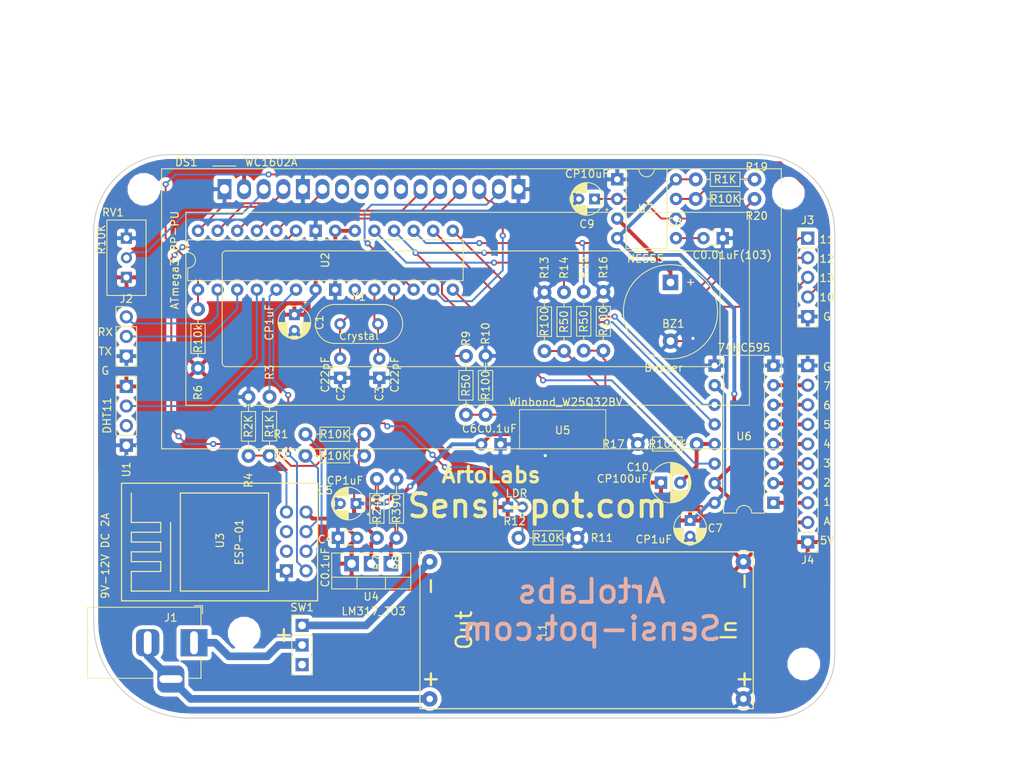
<source format=kicad_pcb>
(kicad_pcb (version 20171130) (host pcbnew 5.0.2-bee76a0~70~ubuntu16.04.1)
  (layers (0 F.Cu signal) (31 B.Cu signal) (34 B.Paste user) (35 F.Paste user) (36 B.SilkS user) (37 F.SilkS user) (38 B.Mask user) (39 F.Mask user) (44 Edge.Cuts user))
  (net 0 "")
  (net 1 "Net-(J1-Pad2)")
  (net 2 "Net-(L1-Pad2)")
  (net 3 GND)
  (net 4 +5V)
  (net 5 "Net-(R3-Pad2)")
  (net 6 +3V3)
  (net 7 "Net-(U3-Pad3)")
  (net 8 "Net-(R2-Pad1)")
  (net 9 "Net-(U3-Pad2)")
  (net 10 "Net-(R1-Pad1)")
  (net 11 ESP01_TX)
  (net 12 "Net-(J1-Pad1)")
  (net 13 "Net-(R15-Pad2)")
  (net 14 MOSI)
  (net 15 ESP01_RX)
  (net 16 "Net-(J3-Pad4)")
  (net 17 "Net-(R7-Pad2)")
  (net 18 "Net-(R10-Pad1)")
  (net 19 SS_FlashMemory)
  (net 20 LDR)
  (net 21 "Net-(R13-Pad2)")
  (net 22 Clock)
  (net 23 "Net-(DS1-Pad3)")
  (net 24 MISO)
  (net 25 SHCP_SRCLK)
  (net 26 "Net-(J2-Pad1)")
  (net 27 STCP_RCLK)
  (net 28 "Net-(J2-Pad2)")
  (net 29 DHT11)
  (net 30 "Net-(C2-Pad2)")
  (net 31 LCD_DB6)
  (net 32 "Net-(C3-Pad2)")
  (net 33 LCD_DB5)
  (net 34 LCD_DB7)
  (net 35 LCD_DB4)
  (net 36 LCD_E)
  (net 37 DS_SER)
  (net 38 LCD_RS)
  (net 39 "Net-(J4-Pad3)")
  (net 40 "Net-(J4-Pad4)")
  (net 41 "Net-(J4-Pad5)")
  (net 42 "Net-(J4-Pad6)")
  (net 43 "Net-(J4-Pad7)")
  (net 44 "Net-(J4-Pad8)")
  (net 45 "Net-(J4-Pad9)")
  (net 46 "Net-(DS1-Pad7)")
  (net 47 "Net-(DS1-Pad8)")
  (net 48 "Net-(DS1-Pad9)")
  (net 49 "Net-(DS1-Pad10)")
  (net 50 "Net-(U1-Pad2)")
  (net 51 "Net-(SW1-Pad3)")
  (net 52 Backlight)
  (net 53 "Net-(C9-Pad1)")
  (net 54 "Net-(R19-Pad2)")
  (net 55 Alarm)
  (net 56 "Net-(C8-Pad1)")
  (net 57 "Net-(C10-Pad2)")
  (net 58 "Net-(BZ1-Pad1)")
  (module Soil_Sensor:LM2596_Module (layer F.Cu) (at 131 122.9 90)
    (fp_text reference L1 (at 1.27 17.145 90) (layer F.SilkS))
    (fp_text value LM2596)
    (fp_text user In (at 1.27 41.275 90) (layer F.SilkS) (effects (font (size 2 2) (thickness 0.3))))
    (fp_text user - (at 7.62 43.18 90) (layer F.SilkS) (effects (font (size 2 2) (thickness 0.3))))
    (fp_text user + (at 0.635 -16.51 90) (layer F.SilkS) (effects (font (size 2 2) (thickness 0.3))))
    (fp_text user + (at -5.08 43.18 90) (layer F.SilkS) (effects (font (size 2 2) (thickness 0.3))))
    (fp_text user Out (at 1.27 6.985 90) (layer F.SilkS) (effects (font (size 2 2) (thickness 0.3))))
    (fp_text user - (at 6.985 2.54 90) (layer F.SilkS) (effects (font (size 2 2) (thickness 0.3))))
    (fp_text user + (at -5.08 2.54 90) (layer F.SilkS) (effects (font (size 2 2) (thickness 0.3))))
    (pad 4 thru_hole circle (at 10.16 43.18 90) (size 2 2) (drill 0.85) (layers *.Cu *.Mask) (net 4 +5V))
    (pad 3 thru_hole circle (at -7.62 43.18 90) (size 2 2) (drill 0.85) (layers *.Cu *.Mask) (net 3 GND))
    (pad 2 thru_hole circle (at 10.16 2.54 90) (size 2 2) (drill 0.85) (layers *.Cu *.Mask) (net 2 "Net-(L1-Pad2)"))
    (pad 1 thru_hole circle (at -7.62 2.54 90) (size 2 2) (drill 0.85) (layers *.Cu *.Mask) (net 1 "Net-(J1-Pad2)"))
  )
  (module Soil_Sensor:CP_Radial_D4.0mm_P1.50mm_bigger_pads (layer F.Cu) (at 154.65 65.75 180)
    (fp_text reference C9 (at 0.75 -3.25 180) (layer F.SilkS))
    (fp_text value CP10uF (at 0.75 3.25 180) (layer F.SilkS))
    (pad 2 thru_hole circle (at 1.778 0 180) (size 1.4 1.4) (drill 0.7) (layers *.Cu *.Mask) (net 3 GND))
    (pad 1 thru_hole rect (at -0.254 0 180) (size 1.4 1.4) (drill 0.7) (layers *.Cu *.Mask) (net 53 "Net-(C9-Pad1)"))
  )
  (module Soil_Sensor:CP_Radial_D4.0mm_P1.50mm_bigger_pads (layer F.Cu) (at 116 81 270)
    (fp_text reference C1 (at 0.75 -3.25 270) (layer F.SilkS))
    (fp_text value CP1uF (at 0.75 3.25 270) (layer F.SilkS))
    (pad 1 thru_hole rect (at -0.254 0 270) (size 1.4 1.4) (drill 0.7) (layers *.Cu *.Mask) (net 4 +5V))
    (pad 2 thru_hole circle (at 1.778 0 270) (size 1.4 1.4) (drill 0.7) (layers *.Cu *.Mask) (net 3 GND))
  )
  (module Soil_Sensor:CP_Radial_D4.0mm_P1.50mm_bigger_pads (layer F.Cu) (at 167.269888 107.66 270)
    (fp_text reference C7 (at 0.75 -3.25) (layer F.SilkS))
    (fp_text value CP1uF (at 2.195 4.71) (layer F.SilkS))
    (pad 2 thru_hole circle (at 1.778 0 270) (size 1.4 1.4) (drill 0.7) (layers *.Cu *.Mask) (net 3 GND))
    (pad 1 thru_hole rect (at -0.254 0 270) (size 1.4 1.4) (drill 0.7) (layers *.Cu *.Mask) (net 4 +5V))
  )
  (module Soil_Sensor:CP_Radial_D4.0mm_P1.50mm_bigger_pads (layer F.Cu) (at 123.743868 105.210651 180)
    (fp_text reference C5 (at 3.728868 1.705651 180) (layer F.SilkS))
    (fp_text value CP1uF (at 1.188868 2.975651 180) (layer F.SilkS))
    (pad 1 thru_hole rect (at -0.254 0 180) (size 1.4 1.4) (drill 0.7) (layers *.Cu *.Mask) (net 6 +3V3))
    (pad 2 thru_hole circle (at 1.778 0 180) (size 1.4 1.4) (drill 0.7) (layers *.Cu *.Mask) (net 3 GND))
  )
  (module Soil_Sensor:R_Axial_DIN0204_L3.6mm_D1.6mm_P7.62mm_Horizontal_bigger_pads (layer F.Cu) (at 117.425549 99.023366)
    (fp_text reference R2 (at -3.175 0) (layer F.SilkS))
    (fp_text value R10K (at 3.81 0) (layer F.SilkS))
    (pad 2 thru_hole oval (at 7.62 0) (size 1.8 1.8) (drill 0.9) (layers *.Cu *.Mask) (net 6 +3V3))
    (pad 1 thru_hole circle (at 0 0) (size 1.8 1.8) (drill 0.9) (layers *.Cu *.Mask) (net 8 "Net-(R2-Pad1)"))
  )
  (module Soil_Sensor:R_Axial_DIN0204_L3.6mm_D1.6mm_P7.62mm_Horizontal_bigger_pads (layer F.Cu) (at 117.425549 96.23)
    (fp_text reference R1 (at -3.175 0) (layer F.SilkS))
    (fp_text value R10K (at 3.81 0) (layer F.SilkS))
    (pad 1 thru_hole circle (at 0 0) (size 1.8 1.8) (drill 0.9) (layers *.Cu *.Mask) (net 10 "Net-(R1-Pad1)"))
    (pad 2 thru_hole oval (at 7.62 0) (size 1.8 1.8) (drill 0.9) (layers *.Cu *.Mask) (net 6 +3V3))
  )
  (module Soil_Sensor:R_Axial_DIN0204_L3.6mm_D1.6mm_P7.62mm_Horizontal_bigger_pads (layer F.Cu) (at 110.0565 99.024 90)
    (fp_text reference R4 (at -3.175 0 90) (layer F.SilkS))
    (fp_text value R2K (at 3.81 0 90) (layer F.SilkS))
    (pad 2 thru_hole oval (at 7.62 0 90) (size 1.8 1.8) (drill 0.9) (layers *.Cu *.Mask) (net 3 GND))
    (pad 1 thru_hole circle (at 0 0 90) (size 1.8 1.8) (drill 0.9) (layers *.Cu *.Mask) (net 5 "Net-(R3-Pad2)"))
  )
  (module Soil_Sensor:R_Axial_DIN0204_L3.6mm_D1.6mm_P7.62mm_Horizontal_bigger_pads (layer F.Cu) (at 103.516 87.6575 90)
    (fp_text reference R6 (at -3.175 0 90) (layer F.SilkS))
    (fp_text value R10k (at 3.81 0 90) (layer F.SilkS))
    (pad 2 thru_hole oval (at 7.62 0 90) (size 1.8 1.8) (drill 0.9) (layers *.Cu *.Mask) (net 16 "Net-(J3-Pad4)"))
    (pad 1 thru_hole circle (at 0 0 90) (size 1.8 1.8) (drill 0.9) (layers *.Cu *.Mask) (net 4 +5V))
  )
  (module Soil_Sensor:R_Axial_DIN0204_L3.6mm_D1.6mm_P7.62mm_Horizontal_bigger_pads (layer F.Cu) (at 126.688868 109.655651 90)
    (fp_text reference R7 (at -3.175 0 90) (layer F.SilkS))
    (fp_text value R240 (at 3.81 0 90) (layer F.SilkS))
    (pad 1 thru_hole circle (at 0 0 90) (size 1.8 1.8) (drill 0.9) (layers *.Cu *.Mask) (net 6 +3V3))
    (pad 2 thru_hole oval (at 7.62 0 90) (size 1.8 1.8) (drill 0.9) (layers *.Cu *.Mask) (net 17 "Net-(R7-Pad2)"))
  )
  (module Soil_Sensor:R_Axial_DIN0204_L3.6mm_D1.6mm_P7.62mm_Horizontal_bigger_pads (layer F.Cu) (at 129.228868 109.655651 90)
    (fp_text reference R8 (at -3.175 0 90) (layer F.SilkS))
    (fp_text value R390 (at 3.81 0 90) (layer F.SilkS))
    (pad 2 thru_hole oval (at 7.62 0 90) (size 1.8 1.8) (drill 0.9) (layers *.Cu *.Mask) (net 3 GND))
    (pad 1 thru_hole circle (at 0 0 90) (size 1.8 1.8) (drill 0.9) (layers *.Cu *.Mask) (net 17 "Net-(R7-Pad2)"))
  )
  (module Soil_Sensor:R_Axial_DIN0204_L3.6mm_D1.6mm_P7.62mm_Horizontal_bigger_pads (layer F.Cu) (at 138.233381 93.706905 90)
    (fp_text reference R9 (at 9.886905 0 90) (layer F.SilkS))
    (fp_text value R50 (at 3.81 0 90) (layer F.SilkS))
    (pad 1 thru_hole circle (at 0 0 90) (size 1.8 1.8) (drill 0.9) (layers *.Cu *.Mask) (net 18 "Net-(R10-Pad1)"))
    (pad 2 thru_hole oval (at 7.62 0 90) (size 1.8 1.8) (drill 0.9) (layers *.Cu *.Mask) (net 19 SS_FlashMemory))
  )
  (module Soil_Sensor:R_Axial_DIN0204_L3.6mm_D1.6mm_P7.62mm_Horizontal_bigger_pads (layer F.Cu) (at 140.773381 93.706905 90)
    (fp_text reference R10 (at 10.521905 0 90) (layer F.SilkS))
    (fp_text value R100 (at 3.81 0 90) (layer F.SilkS))
    (pad 2 thru_hole oval (at 7.62 0 90) (size 1.8 1.8) (drill 0.9) (layers *.Cu *.Mask) (net 3 GND))
    (pad 1 thru_hole circle (at 0 0 90) (size 1.8 1.8) (drill 0.9) (layers *.Cu *.Mask) (net 18 "Net-(R10-Pad1)"))
  )
  (module Soil_Sensor:R_Axial_DIN0204_L3.6mm_D1.6mm_P7.62mm_Horizontal_bigger_pads (layer F.Cu) (at 152.665 109.66 180)
    (fp_text reference R11 (at -3.175 0 180) (layer F.SilkS))
    (fp_text value R10K (at 3.81 0 180) (layer F.SilkS))
    (pad 1 thru_hole circle (at 0 0 180) (size 1.8 1.8) (drill 0.9) (layers *.Cu *.Mask) (net 3 GND))
    (pad 2 thru_hole oval (at 7.62 0 180) (size 1.8 1.8) (drill 0.9) (layers *.Cu *.Mask) (net 20 LDR))
  )
  (module Soil_Sensor:R_Axial_DIN0204_L3.6mm_D1.6mm_P7.62mm_Horizontal_bigger_pads (layer F.Cu) (at 148.395322 77.840731 270)
    (fp_text reference R13 (at -3.175 0 270) (layer F.SilkS))
    (fp_text value R100 (at 3.81 0 270) (layer F.SilkS))
    (pad 2 thru_hole oval (at 7.62 0 270) (size 1.8 1.8) (drill 0.9) (layers *.Cu *.Mask) (net 21 "Net-(R13-Pad2)"))
    (pad 1 thru_hole circle (at 0 0 270) (size 1.8 1.8) (drill 0.9) (layers *.Cu *.Mask) (net 3 GND))
  )
  (module Soil_Sensor:R_Axial_DIN0204_L3.6mm_D1.6mm_P7.62mm_Horizontal_bigger_pads (layer F.Cu) (at 150.935322 77.840731 270)
    (fp_text reference R14 (at -3.175 0 270) (layer F.SilkS))
    (fp_text value R50 (at 3.81 0 270) (layer F.SilkS))
    (pad 1 thru_hole circle (at 0 0 270) (size 1.8 1.8) (drill 0.9) (layers *.Cu *.Mask) (net 22 Clock))
    (pad 2 thru_hole oval (at 7.62 0 270) (size 1.8 1.8) (drill 0.9) (layers *.Cu *.Mask) (net 21 "Net-(R13-Pad2)"))
  )
  (module Soil_Sensor:R_Axial_DIN0204_L3.6mm_D1.6mm_P7.62mm_Horizontal_bigger_pads (layer F.Cu) (at 153.487363 77.790535 270)
    (fp_text reference R15 (at -3.175 0 270) (layer F.SilkS))
    (fp_text value R50 (at 3.81 0 270) (layer F.SilkS))
    (pad 2 thru_hole oval (at 7.62 0 270) (size 1.8 1.8) (drill 0.9) (layers *.Cu *.Mask) (net 13 "Net-(R15-Pad2)"))
    (pad 1 thru_hole circle (at 0 0 270) (size 1.8 1.8) (drill 0.9) (layers *.Cu *.Mask) (net 14 MOSI))
  )
  (module Soil_Sensor:R_Axial_DIN0204_L3.6mm_D1.6mm_P7.62mm_Horizontal_bigger_pads (layer F.Cu) (at 156.027363 77.790535 270)
    (fp_text reference R16 (at -3.175 0 270) (layer F.SilkS))
    (fp_text value R100 (at 3.81 0 270) (layer F.SilkS))
    (pad 1 thru_hole circle (at 0 0 270) (size 1.8 1.8) (drill 0.9) (layers *.Cu *.Mask) (net 3 GND))
    (pad 2 thru_hole oval (at 7.62 0 270) (size 1.8 1.8) (drill 0.9) (layers *.Cu *.Mask) (net 13 "Net-(R15-Pad2)"))
  )
  (module Soil_Sensor:R_Axial_DIN0204_L3.6mm_D1.6mm_P7.62mm_Horizontal_bigger_pads (layer F.Cu) (at 160.5 97.5)
    (fp_text reference R17 (at -3.175 0) (layer F.SilkS))
    (fp_text value R100K (at 3.81 0) (layer F.SilkS))
    (pad 2 thru_hole oval (at 7.62 0) (size 1.8 1.8) (drill 0.9) (layers *.Cu *.Mask) (net 57 "Net-(C10-Pad2)"))
    (pad 1 thru_hole circle (at 0 0) (size 1.8 1.8) (drill 0.9) (layers *.Cu *.Mask) (net 3 GND))
  )
  (module Soil_Sensor:R_Axial_DIN0204_L3.6mm_D1.6mm_P7.62mm_Horizontal_bigger_pads (layer F.Cu) (at 168 63.21)
    (fp_text reference R19 (at 7.895 -1.615) (layer F.SilkS))
    (fp_text value R1K (at 3.81 0) (layer F.SilkS))
    (pad 1 thru_hole circle (at 0 0) (size 1.8 1.8) (drill 0.9) (layers *.Cu *.Mask) (net 55 Alarm))
    (pad 2 thru_hole oval (at 7.62 0) (size 1.8 1.8) (drill 0.9) (layers *.Cu *.Mask) (net 54 "Net-(R19-Pad2)"))
  )
  (module Soil_Sensor:R_Axial_DIN0204_L3.6mm_D1.6mm_P7.62mm_Horizontal_bigger_pads (layer F.Cu) (at 168 65.75)
    (fp_text reference R20 (at 7.895 2.195) (layer F.SilkS))
    (fp_text value R10K (at 3.81 0) (layer F.SilkS))
    (pad 2 thru_hole oval (at 7.62 0) (size 1.8 1.8) (drill 0.9) (layers *.Cu *.Mask) (net 53 "Net-(C9-Pad1)"))
    (pad 1 thru_hole circle (at 0 0) (size 1.8 1.8) (drill 0.9) (layers *.Cu *.Mask) (net 54 "Net-(R19-Pad2)"))
  )
  (module Soil_Sensor:R_Axial_DIN0204_L3.6mm_D1.6mm_P7.62mm_Horizontal_bigger_pads (layer F.Cu) (at 112.78463 91.381163 270)
    (fp_text reference R3 (at -3.175 0 270) (layer F.SilkS))
    (fp_text value R1K (at 3.81 0 270) (layer F.SilkS))
    (pad 1 thru_hole circle (at 0 0 270) (size 1.8 1.8) (drill 0.9) (layers *.Cu *.Mask) (net 15 ESP01_RX))
    (pad 2 thru_hole oval (at 7.62 0 270) (size 1.8 1.8) (drill 0.9) (layers *.Cu *.Mask) (net 5 "Net-(R3-Pad2)"))
  )
  (module Soil_Sensor:SOIC-8_3.9x4.9mm_P1.27mm (layer F.Cu) (at 150.76 95.595)
    (fp_text reference U5 (at 0 0.127) (layer F.SilkS))
    (fp_text value Winbond_W25Q32BV (at 0.37 -3.52) (layer F.SilkS))
    (pad 1 smd rect (at -3.81 -1.905) (size 2.75 0.6) (layers F.Cu F.Paste F.Mask) (net 18 "Net-(R10-Pad1)"))
    (pad 2 smd rect (at -3.81 -0.6096) (size 2.75 0.6) (layers F.Cu F.Paste F.Mask) (net 24 MISO))
    (pad 3 smd rect (at -3.81 0.635) (size 2.75 0.6) (layers F.Cu F.Paste F.Mask) (net 6 +3V3))
    (pad 4 smd rect (at -3.81 1.905) (size 2.75 0.6) (layers F.Cu F.Paste F.Mask) (net 3 GND))
    (pad 5 smd rect (at 3.81 1.9304) (size 2.75 0.6) (layers F.Cu F.Paste F.Mask) (net 13 "Net-(R15-Pad2)"))
    (pad 6 smd rect (at 3.81 0.635) (size 2.75 0.6) (layers F.Cu F.Paste F.Mask) (net 21 "Net-(R13-Pad2)"))
    (pad 7 smd rect (at 3.81 -0.635) (size 2.75 0.6) (layers F.Cu F.Paste F.Mask) (net 6 +3V3))
    (pad 8 smd rect (at 3.81 -1.905) (size 2.75 0.6) (layers F.Cu F.Paste F.Mask) (net 6 +3V3))
  )
  (module Capacitor_THT:CP_Radial_D5.0mm_P2.50mm (layer F.Cu) (at 163.5 102.5)
    (fp_text reference C10 (at -3 -2) (layer F.SilkS))
    (fp_text value CP100uF (at -5 -0.5) (layer F.SilkS))
    (pad 1 thru_hole rect (at 0 0) (size 1.6 1.6) (drill 0.8) (layers *.Cu *.Mask) (net 4 +5V))
    (pad 2 thru_hole circle (at 2.5 0) (size 1.6 1.6) (drill 0.8) (layers *.Cu *.Mask) (net 57 "Net-(C10-Pad2)"))
  )
  (module MountingHole:MountingHole_3.2mm_M3 (layer F.Cu) (at 182 126)
    (fp_text reference H1)
    (fp_text value MountingHole)
    (pad 1 np_thru_hole circle (at 0 0) (size 3.2 3.2) (drill 3.2) (layers *.Cu *.Mask))
  )
  (module MountingHole:MountingHole_3.2mm_M3 (layer F.Cu) (at 180 65)
    (fp_text reference H2)
    (fp_text value MountingHole)
    (pad 1 np_thru_hole circle (at 0 0) (size 3.2 3.2) (drill 3.2) (layers *.Cu *.Mask))
  )
  (module MountingHole:MountingHole_3.2mm_M3 (layer F.Cu) (at 109.5 122)
    (fp_text reference H3)
    (fp_text value MountingHole)
    (pad 1 np_thru_hole circle (at 0 0) (size 3.2 3.2) (drill 3.2) (layers *.Cu *.Mask))
  )
  (module MountingHole:MountingHole_3.2mm_M3 (layer F.Cu) (at 96.5 64.5)
    (fp_text reference H4)
    (fp_text value MountingHole)
    (pad 1 np_thru_hole circle (at 0 0) (size 3.2 3.2) (drill 3.2) (layers *.Cu *.Mask))
  )
  (module Capacitor_THT:C_Disc_D3.0mm_W1.6mm_P2.50mm (layer F.Cu) (at 169 70.83)
    (fp_text reference C8 (at -3.75 -2.05) (layer F.SilkS))
    (fp_text value "C0.01uF(103)" (at 3.72 2.195) (layer F.SilkS))
    (pad 1 thru_hole circle (at 0 0) (size 1.6 1.6) (drill 0.8) (layers *.Cu *.Mask) (net 56 "Net-(C8-Pad1)"))
    (pad 2 thru_hole rect (at 2.5 0) (size 1.6 1.6) (drill 0.8) (layers *.Cu *.Mask) (net 3 GND))
  )
  (module Package_DIP:DIP-8_W7.62mm (layer F.Cu) (at 157.825 63.21)
    (fp_text reference U7 (at 3.675 3.79) (layer F.SilkS))
    (fp_text value NE555 (at 3.675 10.29) (layer F.SilkS))
    (pad 1 thru_hole rect (at 0 0) (size 1.6 1.6) (drill 0.8) (layers *.Cu *.Mask) (net 3 GND))
    (pad 5 thru_hole oval (at 7.62 7.62) (size 1.6 1.6) (drill 0.8) (layers *.Cu *.Mask) (net 56 "Net-(C8-Pad1)"))
    (pad 2 thru_hole oval (at 0 2.54) (size 1.6 1.6) (drill 0.8) (layers *.Cu *.Mask) (net 53 "Net-(C9-Pad1)"))
    (pad 6 thru_hole oval (at 7.62 5.08) (size 1.6 1.6) (drill 0.8) (layers *.Cu *.Mask) (net 53 "Net-(C9-Pad1)"))
    (pad 3 thru_hole oval (at 0 5.08) (size 1.6 1.6) (drill 0.8) (layers *.Cu *.Mask) (net 58 "Net-(BZ1-Pad1)"))
    (pad 7 thru_hole oval (at 7.62 2.54) (size 1.6 1.6) (drill 0.8) (layers *.Cu *.Mask) (net 54 "Net-(R19-Pad2)"))
    (pad 4 thru_hole oval (at 0 7.62) (size 1.6 1.6) (drill 0.8) (layers *.Cu *.Mask) (net 55 Alarm))
    (pad 8 thru_hole oval (at 7.62 0) (size 1.6 1.6) (drill 0.8) (layers *.Cu *.Mask) (net 55 Alarm))
  )
  (module Soil_Sensor:WC1602A (layer F.Cu) (at 106.945 64.48)
    (fp_text reference DS1 (at -4.945 -3.48) (layer F.SilkS))
    (fp_text value WC1602A (at 6.055 -3.48) (layer F.SilkS))
    (pad 1 thru_hole rect (at 0 0) (size 1.8 2.6) (drill 1.2) (layers *.Cu *.Mask) (net 3 GND))
    (pad 2 thru_hole oval (at 2.54 0) (size 1.8 2.6) (drill 1.2) (layers *.Cu *.Mask) (net 4 +5V))
    (pad 3 thru_hole oval (at 5.08 0) (size 1.8 2.6) (drill 1.2) (layers *.Cu *.Mask) (net 23 "Net-(DS1-Pad3)"))
    (pad 4 thru_hole oval (at 7.62 0) (size 1.8 2.6) (drill 1.2) (layers *.Cu *.Mask) (net 38 LCD_RS))
    (pad 5 thru_hole rect (at 10.16 0) (size 1.8 2.6) (drill 1.2) (layers *.Cu *.Mask) (net 3 GND))
    (pad 6 thru_hole oval (at 12.7 0) (size 1.8 2.6) (drill 1.2) (layers *.Cu *.Mask) (net 36 LCD_E))
    (pad 7 thru_hole oval (at 15.24 0) (size 1.8 2.6) (drill 1.2) (layers *.Cu *.Mask) (net 46 "Net-(DS1-Pad7)"))
    (pad 8 thru_hole oval (at 17.78 0) (size 1.8 2.6) (drill 1.2) (layers *.Cu *.Mask) (net 47 "Net-(DS1-Pad8)"))
    (pad 9 thru_hole oval (at 20.32 0) (size 1.8 2.6) (drill 1.2) (layers *.Cu *.Mask) (net 48 "Net-(DS1-Pad9)"))
    (pad 10 thru_hole oval (at 22.86 0) (size 1.8 2.6) (drill 1.2) (layers *.Cu *.Mask) (net 49 "Net-(DS1-Pad10)"))
    (pad 11 thru_hole oval (at 25.4 0) (size 1.8 2.6) (drill 1.2) (layers *.Cu *.Mask) (net 35 LCD_DB4))
    (pad 12 thru_hole oval (at 27.94 0) (size 1.8 2.6) (drill 1.2) (layers *.Cu *.Mask) (net 33 LCD_DB5))
    (pad 13 thru_hole oval (at 30.48 0) (size 1.8 2.6) (drill 1.2) (layers *.Cu *.Mask) (net 31 LCD_DB6))
    (pad 14 thru_hole oval (at 33.02 0) (size 1.8 2.6) (drill 1.2) (layers *.Cu *.Mask) (net 34 LCD_DB7))
    (pad 15 thru_hole oval (at 35.56 0) (size 1.8 2.6) (drill 1.2) (layers *.Cu *.Mask) (net 52 Backlight))
    (pad 16 thru_hole rect (at 38.1 0) (size 1.8 2.6) (drill 1.2) (layers *.Cu *.Mask) (net 3 GND))
  )
  (module Soil_Sensor:TO-220-3_Vertical (layer F.Cu) (at 128.5 113 180)
    (fp_text reference U4 (at 2.54 -4.27 180) (layer F.SilkS))
    (fp_text value LM317_TO3 (at 2.228868 -6.169349 180) (layer F.SilkS))
    (pad 1 thru_hole rect (at 0 0 180) (size 1.905 2) (drill 1.1) (layers *.Cu *.Mask) (net 17 "Net-(R7-Pad2)"))
    (pad 3 thru_hole rect (at 2.54 0 180) (size 1.905 2) (drill 1.1) (layers *.Cu *.Mask) (net 6 +3V3))
    (pad 2 thru_hole rect (at 5.08 0 180) (size 1.905 2) (drill 1.1) (layers *.Cu *.Mask) (net 4 +5V))
  )
  (module Buzzer_Beeper:Buzzer_12x9.5RM7.6 (layer F.Cu) (at 164.73 76.565 270)
    (fp_text reference BZ1 (at 5.35 -0.37) (layer F.SilkS))
    (fp_text value Buzzer (at 11.065 0.9) (layer F.SilkS))
    (fp_text user + (at -0.01 -2.54 270) (layer F.SilkS))
    (pad 1 thru_hole rect (at 0 0 270) (size 2 2) (drill 1) (layers *.Cu *.Mask) (net 58 "Net-(BZ1-Pad1)"))
    (pad 2 thru_hole circle (at 7.6 0 270) (size 2 2) (drill 1) (layers *.Cu *.Mask) (net 3 GND))
  )
  (module Capacitor_THT:C_Disc_D3.0mm_W1.6mm_P2.50mm (layer F.Cu) (at 121.931 88.9275 90)
    (fp_text reference C2 (at -2.0725 0.069 90) (layer F.SilkS))
    (fp_text value C22pF (at 0.4275 -1.931 90) (layer F.SilkS))
    (pad 2 thru_hole circle (at 2.5 0 90) (size 1.6 1.6) (drill 0.8) (layers *.Cu *.Mask) (net 30 "Net-(C2-Pad2)"))
    (pad 1 thru_hole rect (at 0 0 90) (size 1.6 1.6) (drill 0.8) (layers *.Cu *.Mask) (net 3 GND))
  )
  (module Capacitor_THT:C_Disc_D3.0mm_W1.6mm_P2.50mm (layer F.Cu) (at 127.011 88.9275 90)
    (fp_text reference C3 (at -2.0725 -0.011 90) (layer F.SilkS))
    (fp_text value C22pF (at 0.4275 1.989 90) (layer F.SilkS))
    (pad 1 thru_hole rect (at 0 0 90) (size 1.6 1.6) (drill 0.8) (layers *.Cu *.Mask) (net 3 GND))
    (pad 2 thru_hole circle (at 2.5 0 90) (size 1.6 1.6) (drill 0.8) (layers *.Cu *.Mask) (net 32 "Net-(C3-Pad2)"))
  )
  (module Capacitor_THT:C_Disc_D3.0mm_W1.6mm_P2.50mm (layer F.Cu) (at 124.148868 109.655651 180)
    (fp_text reference C4 (at 4.133868 -0.199349) (layer F.SilkS))
    (fp_text value C0.1uF (at 4.148868 -3.844349 270) (layer F.SilkS))
    (pad 2 thru_hole rect (at 2.5 0 180) (size 1.6 1.6) (drill 0.8) (layers *.Cu *.Mask) (net 3 GND))
    (pad 1 thru_hole circle (at 0 0 180) (size 1.6 1.6) (drill 0.8) (layers *.Cu *.Mask) (net 4 +5V))
  )
  (module Capacitor_THT:C_Disc_D3.0mm_W1.6mm_P2.50mm (layer F.Cu) (at 140.208 97.536)
    (fp_text reference C6 (at -1.524 -2.032) (layer F.SilkS))
    (fp_text value C0.1uF (at 2.032 -2.032) (layer F.SilkS))
    (pad 1 thru_hole circle (at 0 0) (size 1.6 1.6) (drill 0.8) (layers *.Cu *.Mask) (net 6 +3V3))
    (pad 2 thru_hole rect (at 2.5 0) (size 1.6 1.6) (drill 0.8) (layers *.Cu *.Mask) (net 3 GND))
  )
  (module Connector_PinHeader_2.54mm:PinHeader_1x03_P2.54mm_Vertical (layer F.Cu) (at 117 121)
    (fp_text reference SW1 (at 0 -2.33) (layer F.SilkS))
    (fp_text value SW_DPDT_x2)
    (pad 3 thru_hole rect (at 0 5.08) (size 1.7 1.7) (drill 1) (layers *.Cu *.Mask) (net 51 "Net-(SW1-Pad3)"))
    (pad 2 thru_hole rect (at 0 2.54) (size 1.7 1.7) (drill 1) (layers *.Cu *.Mask) (net 12 "Net-(J1-Pad1)"))
    (pad 1 thru_hole rect (at 0 0) (size 1.7 1.7) (drill 1) (layers *.Cu *.Mask) (net 2 "Net-(L1-Pad2)"))
  )
  (module Connector_PinHeader_2.54mm:PinHeader_1x03_P2.54mm_Vertical (layer F.Cu) (at 94.234 81.026)
    (fp_text reference J2 (at 0 -2.33) (layer F.SilkS))
    (fp_text value Conn_01x03)
    (pad 3 thru_hole rect (at 0 5.08) (size 1.7 1.7) (drill 1) (layers *.Cu *.Mask) (net 3 GND))
    (pad 2 thru_hole oval (at 0 2.54) (size 1.7 1.7) (drill 1) (layers *.Cu *.Mask) (net 28 "Net-(J2-Pad2)"))
    (pad 1 thru_hole oval (at 0 0) (size 1.7 1.7) (drill 1) (layers *.Cu *.Mask) (net 26 "Net-(J2-Pad1)"))
  )
  (module Connector_PinHeader_2.54mm:PinHeader_1x04_P2.54mm_Vertical (layer F.Cu) (at 94.234 97.663 180)
    (fp_text reference U1 (at 0 -3.15 270) (layer F.SilkS))
    (fp_text value DHT11 (at 2.5 3.85 270) (layer F.SilkS))
    (pad 1 thru_hole rect (at 0 0 180) (size 1.7 1.7) (drill 1) (layers *.Cu *.Mask) (net 3 GND))
    (pad 2 thru_hole oval (at 0 2.54 180) (size 1.7 1.7) (drill 1) (layers *.Cu *.Mask) (net 50 "Net-(U1-Pad2)"))
    (pad 3 thru_hole oval (at 0 5.08 180) (size 1.7 1.7) (drill 1) (layers *.Cu *.Mask) (net 29 DHT11))
    (pad 4 thru_hole rect (at 0 7.62 180) (size 1.7 1.7) (drill 1) (layers *.Cu *.Mask) (net 4 +5V))
  )
  (module Connector_PinHeader_2.54mm:PinHeader_1x05_P2.54mm_Vertical (layer F.Cu) (at 182.51 70.83)
    (fp_text reference J3 (at 0 -2.33) (layer F.SilkS))
    (fp_text value Conn_01x05)
    (pad 1 thru_hole rect (at 0 0) (size 1.7 1.7) (drill 1) (layers *.Cu *.Mask) (net 14 MOSI))
    (pad 2 thru_hole oval (at 0 2.54) (size 1.7 1.7) (drill 1) (layers *.Cu *.Mask) (net 24 MISO))
    (pad 3 thru_hole oval (at 0 5.08) (size 1.7 1.7) (drill 1) (layers *.Cu *.Mask) (net 22 Clock))
    (pad 4 thru_hole oval (at 0 7.62) (size 1.7 1.7) (drill 1) (layers *.Cu *.Mask) (net 16 "Net-(J3-Pad4)"))
    (pad 5 thru_hole rect (at 0 10.16) (size 1.7 1.7) (drill 1) (layers *.Cu *.Mask) (net 3 GND))
  )
  (module Connector_PinHeader_2.54mm:PinHeader_1x10_P2.54mm_Vertical (layer F.Cu) (at 182.51 110.2 180)
    (fp_text reference J4 (at 0 -2.33 180) (layer F.SilkS))
    (fp_text value Conn_01x10)
    (pad 1 thru_hole rect (at 0 0 180) (size 1.7 1.7) (drill 1) (layers *.Cu *.Mask) (net 4 +5V))
    (pad 2 thru_hole oval (at 0 2.54 180) (size 1.7 1.7) (drill 1) (layers *.Cu *.Mask) (net 55 Alarm))
    (pad 3 thru_hole oval (at 0 5.08 180) (size 1.7 1.7) (drill 1) (layers *.Cu *.Mask) (net 39 "Net-(J4-Pad3)"))
    (pad 4 thru_hole oval (at 0 7.62 180) (size 1.7 1.7) (drill 1) (layers *.Cu *.Mask) (net 40 "Net-(J4-Pad4)"))
    (pad 5 thru_hole oval (at 0 10.16 180) (size 1.7 1.7) (drill 1) (layers *.Cu *.Mask) (net 41 "Net-(J4-Pad5)"))
    (pad 6 thru_hole oval (at 0 12.7 180) (size 1.7 1.7) (drill 1) (layers *.Cu *.Mask) (net 42 "Net-(J4-Pad6)"))
    (pad 7 thru_hole oval (at 0 15.24 180) (size 1.7 1.7) (drill 1) (layers *.Cu *.Mask) (net 43 "Net-(J4-Pad7)"))
    (pad 8 thru_hole oval (at 0 17.78 180) (size 1.7 1.7) (drill 1) (layers *.Cu *.Mask) (net 44 "Net-(J4-Pad8)"))
    (pad 9 thru_hole oval (at 0 20.32 180) (size 1.7 1.7) (drill 1) (layers *.Cu *.Mask) (net 45 "Net-(J4-Pad9)"))
    (pad 10 thru_hole rect (at 0 22.86 180) (size 1.7 1.7) (drill 1) (layers *.Cu *.Mask) (net 3 GND))
  )
  (module Crystal:Crystal_HC18-U_Vertical (layer F.Cu) (at 121.931 81.9425)
    (fp_text reference Y1 (at 2.45 -3.525) (layer F.SilkS))
    (fp_text value Crystal (at 2.45 1.5575) (layer F.SilkS))
    (pad 1 thru_hole circle (at 0 0) (size 1.5 1.5) (drill 0.8) (layers *.Cu *.Mask) (net 30 "Net-(C2-Pad2)"))
    (pad 2 thru_hole circle (at 4.9 0) (size 1.5 1.5) (drill 0.8) (layers *.Cu *.Mask) (net 32 "Net-(C3-Pad2)"))
  )
  (module Package_DIP:DIP-16_W7.62mm (layer F.Cu) (at 178.065 105.12 180)
    (fp_text reference U6 (at 3.81 8.62 180) (layer F.SilkS))
    (fp_text value 74HC595 (at 3.81 20.11 180) (layer F.SilkS))
    (pad 1 thru_hole rect (at 0 0 180) (size 1.6 1.6) (drill 0.8) (layers *.Cu *.Mask) (net 39 "Net-(J4-Pad3)"))
    (pad 9 thru_hole rect (at 7.62 17.78 180) (size 1.6 1.6) (drill 0.8) (layers *.Cu *.Mask) (net 3 GND))
    (pad 2 thru_hole oval (at 0 2.54 180) (size 1.6 1.6) (drill 0.8) (layers *.Cu *.Mask) (net 40 "Net-(J4-Pad4)"))
    (pad 10 thru_hole oval (at 7.62 15.24 180) (size 1.6 1.6) (drill 0.8) (layers *.Cu *.Mask) (net 4 +5V))
    (pad 3 thru_hole oval (at 0 5.08 180) (size 1.6 1.6) (drill 0.8) (layers *.Cu *.Mask) (net 41 "Net-(J4-Pad5)"))
    (pad 11 thru_hole oval (at 7.62 12.7 180) (size 1.6 1.6) (drill 0.8) (layers *.Cu *.Mask) (net 25 SHCP_SRCLK))
    (pad 4 thru_hole oval (at 0 7.62 180) (size 1.6 1.6) (drill 0.8) (layers *.Cu *.Mask) (net 42 "Net-(J4-Pad6)"))
    (pad 12 thru_hole oval (at 7.62 10.16 180) (size 1.6 1.6) (drill 0.8) (layers *.Cu *.Mask) (net 27 STCP_RCLK))
    (pad 5 thru_hole oval (at 0 10.16 180) (size 1.6 1.6) (drill 0.8) (layers *.Cu *.Mask) (net 43 "Net-(J4-Pad7)"))
    (pad 13 thru_hole oval (at 7.62 7.62 180) (size 1.6 1.6) (drill 0.8) (layers *.Cu *.Mask) (net 57 "Net-(C10-Pad2)"))
    (pad 6 thru_hole oval (at 0 12.7 180) (size 1.6 1.6) (drill 0.8) (layers *.Cu *.Mask) (net 44 "Net-(J4-Pad8)"))
    (pad 14 thru_hole oval (at 7.62 5.08 180) (size 1.6 1.6) (drill 0.8) (layers *.Cu *.Mask) (net 37 DS_SER))
    (pad 7 thru_hole oval (at 0 15.24 180) (size 1.6 1.6) (drill 0.8) (layers *.Cu *.Mask) (net 45 "Net-(J4-Pad9)"))
    (pad 15 thru_hole oval (at 7.62 2.54 180) (size 1.6 1.6) (drill 0.8) (layers *.Cu *.Mask) (net 55 Alarm))
    (pad 8 thru_hole rect (at 0 17.78 180) (size 1.6 1.6) (drill 0.8) (layers *.Cu *.Mask) (net 3 GND))
    (pad 16 thru_hole oval (at 7.62 0 180) (size 1.6 1.6) (drill 0.8) (layers *.Cu *.Mask) (net 4 +5V))
  )
  (module Package_DIP:DIP-28_W7.62mm (layer F.Cu) (at 103.516 77.4975 90)
    (fp_text reference U2 (at 3.81 16.484 90) (layer F.SilkS))
    (fp_text value ATmega328P-PU (at 3.81 -3.016 90) (layer F.SilkS))
    (pad 1 thru_hole oval (at 0 0 90) (size 1.6 1.6) (drill 0.8) (layers *.Cu *.Mask) (net 16 "Net-(J3-Pad4)"))
    (pad 15 thru_hole oval (at 7.62 33.02 90) (size 1.6 1.6) (drill 0.8) (layers *.Cu *.Mask) (net 25 SHCP_SRCLK))
    (pad 2 thru_hole oval (at 0 2.54 90) (size 1.6 1.6) (drill 0.8) (layers *.Cu *.Mask) (net 26 "Net-(J2-Pad1)"))
    (pad 16 thru_hole oval (at 7.62 30.48 90) (size 1.6 1.6) (drill 0.8) (layers *.Cu *.Mask) (net 27 STCP_RCLK))
    (pad 3 thru_hole oval (at 0 5.08 90) (size 1.6 1.6) (drill 0.8) (layers *.Cu *.Mask) (net 28 "Net-(J2-Pad2)"))
    (pad 17 thru_hole oval (at 7.62 27.94 90) (size 1.6 1.6) (drill 0.8) (layers *.Cu *.Mask) (net 14 MOSI))
    (pad 4 thru_hole oval (at 0 7.62 90) (size 1.6 1.6) (drill 0.8) (layers *.Cu *.Mask) (net 29 DHT11))
    (pad 18 thru_hole oval (at 7.62 25.4 90) (size 1.6 1.6) (drill 0.8) (layers *.Cu *.Mask) (net 24 MISO))
    (pad 5 thru_hole oval (at 0 10.16 90) (size 1.6 1.6) (drill 0.8) (layers *.Cu *.Mask) (net 15 ESP01_RX))
    (pad 19 thru_hole oval (at 7.62 22.86 90) (size 1.6 1.6) (drill 0.8) (layers *.Cu *.Mask) (net 22 Clock))
    (pad 6 thru_hole oval (at 0 12.7 90) (size 1.6 1.6) (drill 0.8) (layers *.Cu *.Mask) (net 11 ESP01_TX))
    (pad 20 thru_hole oval (at 7.62 20.32 90) (size 1.6 1.6) (drill 0.8) (layers *.Cu *.Mask) (net 4 +5V))
    (pad 7 thru_hole oval (at 0 15.24 90) (size 1.6 1.6) (drill 0.8) (layers *.Cu *.Mask) (net 4 +5V))
    (pad 21 thru_hole oval (at 7.62 17.78 90) (size 1.6 1.6) (drill 0.8) (layers *.Cu *.Mask) (net 4 +5V))
    (pad 8 thru_hole rect (at 0 17.78 90) (size 1.6 1.6) (drill 0.8) (layers *.Cu *.Mask) (net 3 GND))
    (pad 22 thru_hole rect (at 7.62 15.24 90) (size 1.6 1.6) (drill 0.8) (layers *.Cu *.Mask) (net 3 GND))
    (pad 9 thru_hole oval (at 0 20.32 90) (size 1.6 1.6) (drill 0.8) (layers *.Cu *.Mask) (net 30 "Net-(C2-Pad2)"))
    (pad 23 thru_hole oval (at 7.62 12.7 90) (size 1.6 1.6) (drill 0.8) (layers *.Cu *.Mask) (net 20 LDR))
    (pad 10 thru_hole oval (at 0 22.86 90) (size 1.6 1.6) (drill 0.8) (layers *.Cu *.Mask) (net 32 "Net-(C3-Pad2)"))
    (pad 24 thru_hole oval (at 7.62 10.16 90) (size 1.6 1.6) (drill 0.8) (layers *.Cu *.Mask) (net 31 LCD_DB6))
    (pad 11 thru_hole oval (at 0 25.4 90) (size 1.6 1.6) (drill 0.8) (layers *.Cu *.Mask) (net 19 SS_FlashMemory))
    (pad 25 thru_hole oval (at 7.62 7.62 90) (size 1.6 1.6) (drill 0.8) (layers *.Cu *.Mask) (net 33 LCD_DB5))
    (pad 12 thru_hole oval (at 0 27.94 90) (size 1.6 1.6) (drill 0.8) (layers *.Cu *.Mask) (net 52 Backlight))
    (pad 26 thru_hole oval (at 7.62 5.08 90) (size 1.6 1.6) (drill 0.8) (layers *.Cu *.Mask) (net 35 LCD_DB4))
    (pad 13 thru_hole oval (at 0 30.48 90) (size 1.6 1.6) (drill 0.8) (layers *.Cu *.Mask) (net 34 LCD_DB7))
    (pad 27 thru_hole oval (at 7.62 2.54 90) (size 1.6 1.6) (drill 0.8) (layers *.Cu *.Mask) (net 36 LCD_E))
    (pad 14 thru_hole oval (at 0 33.02 90) (size 1.6 1.6) (drill 0.8) (layers *.Cu *.Mask) (net 37 DS_SER))
    (pad 28 thru_hole oval (at 7.62 0 90) (size 1.6 1.6) (drill 0.8) (layers *.Cu *.Mask) (net 38 LCD_RS))
  )
  (module Potentiometer_THT:Potentiometer_Bourns_3296W_Vertical (layer F.Cu) (at 94.245 70.83 90)
    (fp_text reference RV1 (at 3.33 -1.745 180) (layer F.SilkS))
    (fp_text value R10K (at -0.17 -3.245 270) (layer F.SilkS))
    (pad 1 thru_hole rect (at 0 0 90) (size 1.44 1.44) (drill 0.8) (layers *.Cu *.Mask) (net 3 GND))
    (pad 2 thru_hole circle (at -2.54 0 90) (size 1.44 1.44) (drill 0.8) (layers *.Cu *.Mask) (net 23 "Net-(DS1-Pad3)"))
    (pad 3 thru_hole rect (at -5.08 0 90) (size 1.44 1.44) (drill 0.8) (layers *.Cu *.Mask) (net 4 +5V))
  )
  (module Resistor_THT:R_Axial_DIN0204_L3.6mm_D1.6mm_P1.90mm_Vertical (layer F.Cu) (at 145.542 105.664 180)
    (fp_text reference R12 (at 1.005 -1.84 180) (layer F.SilkS))
    (fp_text value LDR (at 0.762 1.778 180) (layer F.SilkS))
    (pad 1 thru_hole circle (at 0 0 180) (size 1.4 1.4) (drill 0.7) (layers *.Cu *.Mask) (net 20 LDR))
    (pad 2 thru_hole rect (at 1.9 0 180) (size 1.4 1.4) (drill 0.7) (layers *.Cu *.Mask) (net 4 +5V))
  )
  (module Soil_Sensor:BarrelJack_Horizontal (layer F.Cu) (at 103 123.25)
    (fp_text reference J1 (at -3 -3.25) (layer F.SilkS))
    (fp_text value Barrel_Jack_MountingPin)
    (pad 1 thru_hole rect (at 0 0) (size 3.5 3.5) (drill oval 1 3) (layers *.Cu *.Mask) (net 12 "Net-(J1-Pad1)"))
    (pad 2 thru_hole roundrect (at -6 0) (size 3 3.5) (drill oval 1 3) (layers *.Cu *.Mask) (net 1 "Net-(J1-Pad2)"))
    (pad MP thru_hole roundrect (at -3 4.7) (size 3.5 3.5) (drill oval 3 1) (layers *.Cu *.Mask) (net 1 "Net-(J1-Pad2)"))
  )
  (module Soil_Sensor:ESP-01 (layer F.Cu) (at 116.47 110.2 270)
    (fp_text reference U3 (at -0.1905 10.0965 270) (layer F.SilkS))
    (fp_text value ESP-01 (at 0 7.62 270) (layer F.SilkS))
    (pad 4 thru_hole circle (at -3.886357 1.494948) (size 1.7 1.7) (drill 1) (layers *.Cu *.Mask) (net 5 "Net-(R3-Pad2)"))
    (pad 5 thru_hole oval (at -3.886357 -1.045052) (size 1.7 1.7) (drill 1) (layers *.Cu *.Mask) (net 6 +3V3))
    (pad 3 thru_hole oval (at -1.346357 1.494948) (size 1.7 1.7) (drill 1) (layers *.Cu *.Mask) (net 7 "Net-(U3-Pad3)"))
    (pad 6 thru_hole oval (at -1.346357 -1.045052) (size 1.7 1.7) (drill 1) (layers *.Cu *.Mask) (net 8 "Net-(R2-Pad1)"))
    (pad 2 thru_hole oval (at 1.193643 1.494948) (size 1.7 1.7) (drill 1) (layers *.Cu *.Mask) (net 9 "Net-(U3-Pad2)"))
    (pad 7 thru_hole oval (at 1.193643 -1.045052) (size 1.7 1.7) (drill 1) (layers *.Cu *.Mask) (net 10 "Net-(R1-Pad1)"))
    (pad 1 thru_hole rect (at 3.733643 1.494948) (size 1.7 1.7) (drill 1) (layers *.Cu *.Mask) (net 3 GND))
    (pad 8 thru_hole oval (at 3.733643 -1.045052) (size 1.7 1.7) (drill 1) (layers *.Cu *.Mask) (net 11 ESP01_TX))
  )
  (gr_text "ArtoLabs\nSensi-pot.com" (at 154.5 119) (layer B.SilkS) (effects (font (size 3 3) (thickness 0.5)) (justify mirror)))
  (gr_text Sensi-pot.com (at 147.5 105.5) (layer F.SilkS) (effects (font (size 3 3) (thickness 0.5))))
  (gr_text ArtoLabs (at 141.5 101.5) (layer F.SilkS) (effects (font (size 2 2) (thickness 0.4))))
  (gr_text 5V (at 185 110) (layer F.SilkS) (effects (font (size 1 1))))
  (gr_text A (at 185 107.5) (layer F.SilkS) (effects (font (size 1 1))))
  (gr_text 7 (at 185 90) (layer F.SilkS) (effects (font (size 1 1))))
  (gr_text 6 (at 185 92.5) (layer F.SilkS) (effects (font (size 1 1))))
  (gr_text 5 (at 185 95) (layer F.SilkS) (effects (font (size 1 1))))
  (gr_text 4 (at 185 97.5) (layer F.SilkS) (effects (font (size 1 1))))
  (gr_text 3 (at 185 100) (layer F.SilkS) (effects (font (size 1 1))))
  (gr_text 2 (at 185 102.5) (layer F.SilkS) (effects (font (size 1 1))))
  (gr_text 1 (at 185 105) (layer F.SilkS) (effects (font (size 1 1))))
  (gr_text G (at 185 87.5) (layer F.SilkS) (effects (font (size 1 1))))
  (gr_text G (at 185 81) (layer F.SilkS) (effects (font (size 1 1))))
  (gr_text 10 (at 185 78.5) (layer F.SilkS) (effects (font (size 1 1))))
  (gr_text 13 (at 185 76) (layer F.SilkS) (effects (font (size 1 1))))
  (gr_text 12 (at 185 73.5) (layer F.SilkS) (effects (font (size 1 1))))
  (gr_text 11 (at 185 71) (layer F.SilkS) (effects (font (size 1 1))))
  (gr_text G (at 91.5 88) (layer F.SilkS) (effects (font (size 1 1))))
  (gr_text TX (at 91.5 85.5) (layer F.SilkS) (effects (font (size 1 1))))
  (gr_text RX (at 91.5 83) (layer F.SilkS) (effects (font (size 1 1))))
  (gr_text "9V-12V DC 2A" (at 91.5 112 90) (layer F.SilkS) (effects (font (size 1 1))))
  (gr_arc (start 176 70) (end 186 70) (angle -90) (layer Edge.Cuts) (width 0.15))
  (gr_line (start 100 60) (end 176 60) (layer Edge.Cuts) (width 0.15))
  (gr_arc (start 100 70) (end 100 60) (angle -90) (layer Edge.Cuts) (width 0.15))
  (gr_line (start 186 125) (end 186 70) (layer Edge.Cuts) (width 0.15))
  (gr_arc (start 178 125) (end 178 133) (angle -90) (layer Edge.Cuts) (width 0.15))
  (gr_line (start 102.5 133) (end 178 133) (layer Edge.Cuts) (width 0.15))
  (gr_arc (start 102.5 120.4999) (end 90 120.4499) (angle -90.2291819) (layer Edge.Cuts) (width 0.15))
  (gr_line (start 90 70) (end 90 121) (layer Edge.Cuts) (width 0.15))
  (segment (start 97 124.95) (end 100 127.95) (width 1) (layer B.Cu) (net 1))
  (segment (start 97 123.25) (end 97 124.95) (width 1) (layer B.Cu) (net 1))
  (segment (start 100 127.95) (end 102.57 130.52) (width 1) (layer B.Cu) (net 1))
  (segment (start 102.57 130.52) (end 133.54 130.52) (width 1) (layer B.Cu) (net 1))
  (segment (start 125.28 121) (end 133.54 112.74) (width 1) (layer B.Cu) (net 2))
  (segment (start 117 121) (end 125.28 121) (width 1) (layer B.Cu) (net 2))
  (via (at 148.5 99) (size 0.8) (drill 0.4) (layers F.Cu B.Cu) (net 3))
  (segment (start 148.06 98.56) (end 148.5 99) (width 0.25) (layer F.Cu) (net 3))
  (segment (start 148.06 97.5) (end 148.06 98.56) (width 0.25) (layer F.Cu) (net 3))
  (via (at 167.64 83.82) (size 0.8) (drill 0.4) (layers F.Cu B.Cu) (net 3))
  (segment (start 167.295 84.165) (end 167.64 83.82) (width 0.25) (layer F.Cu) (net 3))
  (segment (start 164.73 84.165) (end 167.295 84.165) (width 0.25) (layer F.Cu) (net 3))
  (segment (start 170.445 105.12) (end 169.81 105.12) (width 0.5) (layer F.Cu) (net 4))
  (segment (start 171.244999 90.679999) (end 170.445 89.88) (width 0.5) (layer B.Cu) (net 4))
  (segment (start 171.695001 103.869999) (end 171.695001 91.130001) (width 0.5) (layer B.Cu) (net 4))
  (segment (start 171.695001 91.130001) (end 171.244999 90.679999) (width 0.5) (layer B.Cu) (net 4))
  (segment (start 170.445 105.12) (end 171.695001 103.869999) (width 0.5) (layer B.Cu) (net 4))
  (segment (start 169.81 105.12) (end 167.27 107.66) (width 0.5) (layer B.Cu) (net 4))
  (segment (start 170.445 105.12) (end 169.81 105.12) (width 0.5) (layer B.Cu) (net 4))
  (segment (start 123.42 110.384519) (end 124.148868 109.655651) (width 0.5) (layer F.Cu) (net 4))
  (segment (start 123.42 113) (end 123.42 110.384519) (width 0.5) (layer F.Cu) (net 4))
  (segment (start 118.756 78.244) (end 116 81) (width 0.5) (layer B.Cu) (net 4))
  (segment (start 118.756 77.4975) (end 118.756 78.244) (width 0.5) (layer B.Cu) (net 4))
  (segment (start 118.756 77.4975) (end 118.756 75.744) (width 0.5) (layer F.Cu) (net 4))
  (segment (start 121.296 73.204) (end 121.296 69.8775) (width 0.5) (layer F.Cu) (net 4))
  (segment (start 118.756 75.744) (end 121.296 73.204) (width 0.5) (layer F.Cu) (net 4))
  (segment (start 121.296 69.8775) (end 123.836 69.8775) (width 0.5) (layer F.Cu) (net 4))
  (segment (start 114.975052 101.191585) (end 112.78463 99.001163) (width 0.25) (layer B.Cu) (net 5))
  (segment (start 114.975052 106.313643) (end 114.975052 101.191585) (width 0.25) (layer B.Cu) (net 5))
  (segment (start 112.78463 99.001163) (end 110.24463 99.001163) (width 0.25) (layer F.Cu) (net 5))
  (segment (start 123.743868 106.710651) (end 123.743868 105.210651) (width 0.5) (layer F.Cu) (net 6))
  (segment (start 123.743868 106.310651) (end 123.740876 106.313643) (width 0.5) (layer F.Cu) (net 6))
  (segment (start 123.743868 105.210651) (end 123.743868 106.310651) (width 0.5) (layer F.Cu) (net 6))
  (segment (start 145.68 96.23) (end 148.06 96.23) (width 0.25) (layer F.Cu) (net 6))
  (segment (start 151.395 94.96) (end 153.46 94.96) (width 0.25) (layer F.Cu) (net 6))
  (segment (start 150.125 96.23) (end 151.395 94.96) (width 0.25) (layer F.Cu) (net 6))
  (segment (start 148.06 96.23) (end 150.125 96.23) (width 0.25) (layer F.Cu) (net 6))
  (segment (start 123.743868 105.210651) (end 123.61287 105.210651) (width 0.25) (layer F.Cu) (net 6))
  (segment (start 124.34555 98.323367) (end 125.045549 99.023366) (width 0.25) (layer F.Cu) (net 6))
  (segment (start 124.34555 96.929999) (end 124.34555 98.323367) (width 0.25) (layer F.Cu) (net 6))
  (segment (start 125.045549 96.23) (end 124.34555 96.929999) (width 0.25) (layer F.Cu) (net 6))
  (segment (start 124.34555 99.723365) (end 124.34555 100.35905) (width 0.25) (layer F.Cu) (net 6))
  (segment (start 125.045549 99.023366) (end 124.34555 99.723365) (width 0.25) (layer F.Cu) (net 6))
  (segment (start 123.743868 100.960732) (end 123.743868 105.210651) (width 0.25) (layer F.Cu) (net 6))
  (segment (start 124.34555 100.35905) (end 123.743868 100.960732) (width 0.25) (layer F.Cu) (net 6))
  (segment (start 125.96 110.384519) (end 126.688868 109.655651) (width 0.5) (layer F.Cu) (net 6))
  (segment (start 125.96 113) (end 125.96 110.384519) (width 0.5) (layer F.Cu) (net 6))
  (segment (start 127.789349 105.210651) (end 128 105) (width 0.5) (layer B.Cu) (net 6))
  (via (at 128 105) (size 0.8) (drill 0.4) (layers F.Cu B.Cu) (net 6))
  (segment (start 123.743868 105.210651) (end 127.789349 105.210651) (width 0.5) (layer B.Cu) (net 6))
  (segment (start 128 105) (end 129 104) (width 0.5) (layer F.Cu) (net 6))
  (segment (start 129 104) (end 130 104) (width 0.5) (layer F.Cu) (net 6))
  (via (at 131 103) (size 0.8) (drill 0.4) (layers F.Cu B.Cu) (net 6))
  (segment (start 130 104) (end 131 103) (width 0.5) (layer F.Cu) (net 6))
  (segment (start 131 103) (end 136 98) (width 0.5) (layer B.Cu) (net 6))
  (segment (start 136 98) (end 136.5 97.5) (width 0.5) (layer B.Cu) (net 6))
  (segment (start 136.536 97.536) (end 140.208 97.536) (width 0.5) (layer B.Cu) (net 6))
  (segment (start 141.514 96.23) (end 146.95 96.23) (width 0.5) (layer F.Cu) (net 6))
  (segment (start 140.208 97.536) (end 141.514 96.23) (width 0.5) (layer F.Cu) (net 6))
  (segment (start 154.57 93.69) (end 154.57 94.96) (width 0.25) (layer F.Cu) (net 6))
  (segment (start 118.365051 107.163642) (end 117.515052 106.313643) (width 0.5) (layer F.Cu) (net 6))
  (segment (start 123.290877 107.163642) (end 118.365051 107.163642) (width 0.5) (layer F.Cu) (net 6))
  (segment (start 123.743868 106.710651) (end 123.290877 107.163642) (width 0.5) (layer F.Cu) (net 6))
  (segment (start 124.196859 107.163642) (end 124.348217 107.315) (width 0.5) (layer F.Cu) (net 6))
  (segment (start 123.290877 107.163642) (end 124.196859 107.163642) (width 0.5) (layer F.Cu) (net 6))
  (segment (start 124.348217 107.315) (end 123.743868 106.710651) (width 0.5) (layer F.Cu) (net 6))
  (segment (start 126.688868 109.655651) (end 124.348217 107.315) (width 0.5) (layer F.Cu) (net 6))
  (segment (start 119.0735 100.671317) (end 118.125548 99.723365) (width 0.25) (layer B.Cu) (net 8))
  (segment (start 118.125548 99.723365) (end 117.425549 99.023366) (width 0.25) (layer B.Cu) (net 8))
  (segment (start 119.0735 107.295195) (end 119.0735 100.671317) (width 0.25) (layer B.Cu) (net 8))
  (segment (start 117.515052 108.853643) (end 119.0735 107.295195) (width 0.25) (layer B.Cu) (net 8))
  (segment (start 118.125548 96.929999) (end 117.425549 96.23) (width 0.25) (layer B.Cu) (net 10))
  (segment (start 119.52351 98.327961) (end 118.125548 96.929999) (width 0.25) (layer B.Cu) (net 10))
  (segment (start 119.52351 109.385185) (end 119.52351 98.327961) (width 0.25) (layer B.Cu) (net 10))
  (segment (start 117.515052 111.393643) (end 119.52351 109.385185) (width 0.25) (layer B.Cu) (net 10))
  (segment (start 116.216 77.4975) (end 113.295 80.4185) (width 0.25) (layer B.Cu) (net 11))
  (segment (start 113.295 80.4185) (end 113.295 89.245) (width 0.25) (layer B.Cu) (net 11))
  (segment (start 113.295 89.245) (end 115.2 91.15) (width 0.25) (layer B.Cu) (net 11))
  (segment (start 116.665053 113.083644) (end 117.515052 113.933643) (width 0.25) (layer B.Cu) (net 11))
  (segment (start 116.340051 112.758642) (end 116.665053 113.083644) (width 0.25) (layer B.Cu) (net 11))
  (segment (start 116.340051 99.910051) (end 116.340051 112.758642) (width 0.25) (layer B.Cu) (net 11))
  (segment (start 115.2 98.77) (end 116.340051 99.910051) (width 0.25) (layer B.Cu) (net 11))
  (via (at 115.2 91.15) (size 0.8) (drill 0.4) (layers F.Cu B.Cu) (net 11))
  (via (at 115.2 98.77) (size 0.8) (drill 0.4) (layers F.Cu B.Cu) (net 11))
  (segment (start 115.2 91.15) (end 115.2 98.77) (width 0.25) (layer F.Cu) (net 11))
  (segment (start 103 123.25) (end 103 123.4) (width 1) (layer B.Cu) (net 12))
  (segment (start 113.96 123.54) (end 117 123.54) (width 1) (layer B.Cu) (net 12))
  (segment (start 105.75 123.25) (end 107.5 125) (width 1) (layer B.Cu) (net 12))
  (segment (start 103 123.25) (end 105.75 123.25) (width 1) (layer B.Cu) (net 12))
  (segment (start 112.5 125) (end 113.96 123.54) (width 1) (layer B.Cu) (net 12))
  (segment (start 107.5 125) (end 112.5 125) (width 1) (layer B.Cu) (net 12))
  (segment (start 156.29001 86.663131) (end 156.027363 86.400484) (width 0.25) (layer F.Cu) (net 13))
  (segment (start 156.027363 86.400484) (end 156.027363 85.410535) (width 0.25) (layer F.Cu) (net 13))
  (segment (start 153.46 97.5) (end 154.57141 97.5) (width 0.25) (layer F.Cu) (net 13))
  (segment (start 153.487363 85.410535) (end 156.027363 85.410535) (width 0.25) (layer F.Cu) (net 13))
  (segment (start 156.195 97.5254) (end 154.57 97.5254) (width 0.25) (layer F.Cu) (net 13))
  (segment (start 157.8726 95.8478) (end 156.195 97.5254) (width 0.25) (layer F.Cu) (net 13))
  (segment (start 157.8726 91.761599) (end 157.8726 95.8478) (width 0.25) (layer F.Cu) (net 13))
  (segment (start 156.29001 90.179009) (end 157.8726 91.761599) (width 0.25) (layer F.Cu) (net 13))
  (segment (start 156.29001 86.663131) (end 156.29001 90.179009) (width 0.25) (layer F.Cu) (net 13))
  (segment (start 131.456 69.8775) (end 133.0435 71.465) (width 0.25) (layer B.Cu) (net 14))
  (via (at 139.965 71.465) (size 0.8) (drill 0.4) (layers F.Cu B.Cu) (net 14))
  (segment (start 133.0435 71.465) (end 139.965 71.465) (width 0.25) (layer B.Cu) (net 14))
  (via (at 153.3 71.465) (size 0.8) (drill 0.4) (layers F.Cu B.Cu) (net 14))
  (segment (start 139.965 71.465) (end 153.3 71.465) (width 0.25) (layer F.Cu) (net 14))
  (segment (start 153.487363 71.652363) (end 153.3 71.465) (width 0.25) (layer B.Cu) (net 14))
  (segment (start 153.487363 77.790535) (end 153.487363 71.652363) (width 0.25) (layer B.Cu) (net 14))
  (segment (start 178.87 73.37) (end 181.41 70.83) (width 0.25) (layer F.Cu) (net 14))
  (segment (start 181.41 70.83) (end 182.51 70.83) (width 0.25) (layer F.Cu) (net 14))
  (segment (start 172.35 73.37) (end 178.87 73.37) (width 0.25) (layer F.Cu) (net 14))
  (segment (start 153.3 71.465) (end 155.84 71.465) (width 0.25) (layer F.Cu) (net 14))
  (segment (start 155.84 71.465) (end 162.825 78.45) (width 0.25) (layer F.Cu) (net 14))
  (segment (start 162.825 78.45) (end 167.27 78.45) (width 0.25) (layer F.Cu) (net 14))
  (segment (start 167.27 78.45) (end 172.35 73.37) (width 0.25) (layer F.Cu) (net 14))
  (segment (start 112.78463 78.38887) (end 112.78463 91.381163) (width 0.25) (layer B.Cu) (net 15))
  (segment (start 113.676 77.4975) (end 112.78463 78.38887) (width 0.25) (layer B.Cu) (net 15))
  (segment (start 103.516 77.4975) (end 103.516 80.0375) (width 0.25) (layer F.Cu) (net 16))
  (segment (start 103.516 77.4975) (end 103.516 75.021) (width 0.25) (layer F.Cu) (net 16))
  (segment (start 103.516 75.021) (end 99.325 70.83) (width 0.25) (layer F.Cu) (net 16))
  (via (at 99.325 63.845) (size 0.8) (drill 0.4) (layers F.Cu B.Cu) (net 16))
  (segment (start 99.325 70.83) (end 99.325 63.845) (width 0.25) (layer F.Cu) (net 16))
  (segment (start 99.325 63.845) (end 100.595 62.575) (width 0.25) (layer B.Cu) (net 16))
  (segment (start 100.595 62.575) (end 112.66 62.575) (width 0.25) (layer B.Cu) (net 16))
  (via (at 112.66 62.575) (size 0.8) (drill 0.4) (layers F.Cu B.Cu) (net 16))
  (segment (start 153.425 62.575) (end 112.66 62.575) (width 0.25) (layer F.Cu) (net 16))
  (segment (start 155 61) (end 153.425 62.575) (width 0.25) (layer F.Cu) (net 16))
  (segment (start 182.51 78.45) (end 184 76.96) (width 0.25) (layer F.Cu) (net 16))
  (segment (start 184 76.96) (end 184 66) (width 0.25) (layer F.Cu) (net 16))
  (segment (start 179 61) (end 155 61) (width 0.25) (layer F.Cu) (net 16))
  (segment (start 184 66) (end 179 61) (width 0.25) (layer F.Cu) (net 16))
  (segment (start 129.228868 109.655651) (end 129.228868 108.353868) (width 0.5) (layer F.Cu) (net 17))
  (segment (start 126.688868 105.813868) (end 126.688868 102.035651) (width 0.5) (layer F.Cu) (net 17))
  (segment (start 129.228868 108.353868) (end 126.688868 105.813868) (width 0.5) (layer F.Cu) (net 17))
  (segment (start 128.5 110.384519) (end 129.228868 109.655651) (width 0.5) (layer F.Cu) (net 17))
  (segment (start 128.5 113) (end 128.5 110.384519) (width 0.5) (layer F.Cu) (net 17))
  (segment (start 140.790286 93.69) (end 140.773381 93.706905) (width 0.25) (layer F.Cu) (net 18))
  (segment (start 148.06 93.69) (end 140.790286 93.69) (width 0.25) (layer F.Cu) (net 18))
  (segment (start 140.773381 93.706905) (end 138.233381 93.706905) (width 0.25) (layer F.Cu) (net 18))
  (segment (start 138.233381 86.086905) (end 135.536905 86.086905) (width 0.25) (layer F.Cu) (net 19))
  (segment (start 128.916 79.466) (end 128.916 77.4975) (width 0.25) (layer F.Cu) (net 19))
  (segment (start 135.536905 86.086905) (end 128.916 79.466) (width 0.25) (layer F.Cu) (net 19))
  (segment (start 116.216 69.8775) (end 114.0935 72) (width 0.25) (layer F.Cu) (net 20))
  (segment (start 101.520306 72) (end 101.510153 71.989847) (width 0.25) (layer F.Cu) (net 20))
  (via (at 101.510153 71.989847) (size 0.8) (drill 0.4) (layers F.Cu B.Cu) (net 20))
  (segment (start 114.0935 72) (end 101.520306 72) (width 0.25) (layer F.Cu) (net 20))
  (segment (start 101.510153 71.989847) (end 100.484847 73.015153) (width 0.25) (layer B.Cu) (net 20))
  (via (at 100.484847 73.015153) (size 0.8) (drill 0.4) (layers F.Cu B.Cu) (net 20))
  (via (at 101 96.5) (size 0.8) (drill 0.4) (layers F.Cu B.Cu) (net 20))
  (segment (start 100.054999 95.554999) (end 101 96.5) (width 0.25) (layer F.Cu) (net 20))
  (segment (start 100.054999 73.445001) (end 100.054999 95.554999) (width 0.25) (layer F.Cu) (net 20))
  (segment (start 100.484847 73.015153) (end 100.054999 73.445001) (width 0.25) (layer F.Cu) (net 20))
  (via (at 105.5 97.5) (size 0.8) (drill 0.4) (layers F.Cu B.Cu) (net 20))
  (segment (start 102 97.5) (end 105.5 97.5) (width 0.25) (layer B.Cu) (net 20))
  (segment (start 101 96.5) (end 102 97.5) (width 0.25) (layer B.Cu) (net 20))
  (segment (start 105.5 97.5) (end 112.800469 97.5) (width 0.25) (layer F.Cu) (net 20))
  (via (at 128.049999 95.204999) (size 0.8) (drill 0.4) (layers F.Cu B.Cu) (net 20))
  (segment (start 128.049999 95.204999) (end 130.204999 95.204999) (width 0.25) (layer B.Cu) (net 20))
  (via (at 133.898959 98.898959) (size 0.8) (drill 0.4) (layers F.Cu B.Cu) (net 20))
  (segment (start 134 99) (end 133.898959 98.898959) (width 0.25) (layer B.Cu) (net 20))
  (segment (start 130.204999 95.204999) (end 133.898959 98.898959) (width 0.25) (layer B.Cu) (net 20))
  (via (at 135.5 100.5) (size 0.8) (drill 0.4) (layers F.Cu B.Cu) (net 20))
  (segment (start 133.898959 98.898959) (end 135.5 100.5) (width 0.25) (layer F.Cu) (net 20))
  (segment (start 127.65 94.805) (end 124.27 94.805) (width 0.25) (layer F.Cu) (net 20))
  (segment (start 128.049999 95.204999) (end 127.65 94.805) (width 0.25) (layer F.Cu) (net 20))
  (segment (start 124.27 94.805) (end 118.745 100.33) (width 0.25) (layer F.Cu) (net 20))
  (segment (start 118.745 100.33) (end 115.57 100.33) (width 0.25) (layer F.Cu) (net 20))
  (segment (start 114.009631 98.769631) (end 114.009631 98.134631) (width 0.25) (layer F.Cu) (net 20))
  (segment (start 115.57 100.33) (end 114.009631 98.769631) (width 0.25) (layer F.Cu) (net 20))
  (segment (start 113.375 97.5) (end 112.800469 97.5) (width 0.25) (layer F.Cu) (net 20))
  (segment (start 114.009631 98.134631) (end 113.375 97.5) (width 0.25) (layer F.Cu) (net 20))
  (segment (start 140.378 100.5) (end 145.542 105.664) (width 0.25) (layer B.Cu) (net 20))
  (segment (start 135.5 100.5) (end 140.378 100.5) (width 0.25) (layer B.Cu) (net 20))
  (segment (start 145.542 109.163) (end 145.045 109.66) (width 0.25) (layer B.Cu) (net 20))
  (segment (start 145.542 105.664) (end 145.542 109.163) (width 0.25) (layer B.Cu) (net 20))
  (segment (start 153.46 96.23) (end 155.205 96.23) (width 0.25) (layer F.Cu) (net 21))
  (segment (start 149.945373 85.460731) (end 148.395322 85.460731) (width 0.25) (layer F.Cu) (net 21))
  (segment (start 150.935322 85.460731) (end 149.945373 85.460731) (width 0.25) (layer F.Cu) (net 21))
  (segment (start 150.935322 85.460731) (end 157.422591 91.948) (width 0.25) (layer F.Cu) (net 21))
  (segment (start 157.422591 91.948) (end 157.422591 95.446591) (width 0.25) (layer F.Cu) (net 21))
  (segment (start 156.639182 96.23) (end 154.57 96.23) (width 0.25) (layer F.Cu) (net 21))
  (segment (start 157.422591 95.446591) (end 156.639182 96.23) (width 0.25) (layer F.Cu) (net 21))
  (segment (start 126.376 69.8775) (end 130.5035 74.005) (width 0.25) (layer B.Cu) (net 22))
  (via (at 141.87 74.005) (size 0.8) (drill 0.4) (layers F.Cu B.Cu) (net 22))
  (segment (start 130.5035 74.005) (end 141.87 74.005) (width 0.25) (layer B.Cu) (net 22))
  (segment (start 150.935322 77.840731) (end 150.935322 74.180322) (width 0.25) (layer F.Cu) (net 22))
  (segment (start 150.935322 74.180322) (end 150.76 74.005) (width 0.25) (layer F.Cu) (net 22))
  (segment (start 141.87 74.005) (end 150.76 74.005) (width 0.25) (layer F.Cu) (net 22))
  (segment (start 150.76 74.005) (end 155.84 74.005) (width 0.25) (layer F.Cu) (net 22))
  (segment (start 155.84 74.005) (end 161.555 79.72) (width 0.25) (layer F.Cu) (net 22))
  (segment (start 178.7 79.72) (end 182.51 75.91) (width 0.25) (layer F.Cu) (net 22))
  (segment (start 161.555 79.72) (end 178.7 79.72) (width 0.25) (layer F.Cu) (net 22))
  (segment (start 112.025 64.88) (end 112.025 64.48) (width 0.25) (layer B.Cu) (net 23))
  (segment (start 94.964999 72.650001) (end 96.849999 72.650001) (width 0.25) (layer B.Cu) (net 23))
  (segment (start 109.25 67.655) (end 112.025 64.88) (width 0.25) (layer B.Cu) (net 23))
  (segment (start 96.849999 72.650001) (end 101.845 67.655) (width 0.25) (layer B.Cu) (net 23))
  (segment (start 94.245 73.37) (end 94.964999 72.650001) (width 0.25) (layer B.Cu) (net 23))
  (segment (start 101.845 67.655) (end 109.25 67.655) (width 0.25) (layer B.Cu) (net 23))
  (segment (start 181.875 74.005) (end 182.51 73.37) (width 0.25) (layer B.Cu) (net 24))
  (via (at 140.6 72.735) (size 0.8) (drill 0.4) (layers F.Cu B.Cu) (net 24))
  (segment (start 131.7735 72.735) (end 140.6 72.735) (width 0.25) (layer B.Cu) (net 24))
  (segment (start 128.916 69.8775) (end 131.7735 72.735) (width 0.25) (layer B.Cu) (net 24))
  (segment (start 135.121001 76.146001) (end 131.71 72.735) (width 0.25) (layer F.Cu) (net 24))
  (segment (start 135.121001 78.051001) (end 135.121001 76.146001) (width 0.25) (layer F.Cu) (net 24))
  (segment (start 150.125 93.055) (end 135.121001 78.051001) (width 0.25) (layer F.Cu) (net 24))
  (via (at 131.71 72.735) (size 0.8) (drill 0.4) (layers F.Cu B.Cu) (net 24))
  (segment (start 148.06 94.96) (end 148.855 94.96) (width 0.25) (layer F.Cu) (net 24))
  (segment (start 150.125 93.69) (end 150.125 93.055) (width 0.25) (layer F.Cu) (net 24))
  (segment (start 148.855 94.96) (end 150.125 93.69) (width 0.25) (layer F.Cu) (net 24))
  (segment (start 181.307919 73.37) (end 182.51 73.37) (width 0.25) (layer F.Cu) (net 24))
  (segment (start 180.672919 74.005) (end 181.307919 73.37) (width 0.25) (layer F.Cu) (net 24))
  (segment (start 172.985 74.005) (end 180.672919 74.005) (width 0.25) (layer F.Cu) (net 24))
  (segment (start 155.84 72.735) (end 162.19 79.085) (width 0.25) (layer F.Cu) (net 24))
  (segment (start 162.19 79.085) (end 167.905 79.085) (width 0.25) (layer F.Cu) (net 24))
  (segment (start 140.6 72.735) (end 155.84 72.735) (width 0.25) (layer F.Cu) (net 24))
  (segment (start 167.905 79.085) (end 172.985 74.005) (width 0.25) (layer F.Cu) (net 24))
  (segment (start 136.536 69.8775) (end 147.6485 80.99) (width 0.25) (layer F.Cu) (net 25))
  (segment (start 169.31363 92.42) (end 170.445 92.42) (width 0.25) (layer B.Cu) (net 25))
  (segment (start 168.927998 92.42) (end 169.31363 92.42) (width 0.25) (layer B.Cu) (net 25))
  (segment (start 157.497998 80.99) (end 168.927998 92.42) (width 0.25) (layer B.Cu) (net 25))
  (via (at 157.497998 80.99) (size 0.8) (drill 0.4) (layers F.Cu B.Cu) (net 25))
  (segment (start 147.6485 80.99) (end 157.497998 80.99) (width 0.25) (layer F.Cu) (net 25))
  (segment (start 106.056 79.999) (end 106.056 79.756) (width 0.25) (layer B.Cu) (net 26))
  (segment (start 106.056 79.756) (end 106.056 77.4975) (width 0.25) (layer B.Cu) (net 26))
  (segment (start 95.083999 81.875999) (end 94.234 81.026) (width 0.25) (layer B.Cu) (net 26))
  (segment (start 105.068001 81.875999) (end 95.083999 81.875999) (width 0.25) (layer B.Cu) (net 26))
  (segment (start 106.056 80.888) (end 105.068001 81.875999) (width 0.25) (layer B.Cu) (net 26))
  (segment (start 106.056 79.756) (end 106.056 80.888) (width 0.25) (layer B.Cu) (net 26))
  (segment (start 135.121001 71.066001) (end 145.045 80.99) (width 0.25) (layer F.Cu) (net 27))
  (segment (start 135.121001 71.002501) (end 135.121001 71.066001) (width 0.25) (layer F.Cu) (net 27))
  (segment (start 133.996 69.8775) (end 135.121001 71.002501) (width 0.25) (layer F.Cu) (net 27))
  (via (at 156.475 81.715) (size 0.8) (drill 0.4) (layers F.Cu B.Cu) (net 27))
  (segment (start 145.77 81.715) (end 156.475 81.715) (width 0.25) (layer F.Cu) (net 27))
  (segment (start 145.045 80.99) (end 145.77 81.715) (width 0.25) (layer F.Cu) (net 27))
  (segment (start 157.200001 81.715001) (end 170.445 94.96) (width 0.25) (layer B.Cu) (net 27))
  (segment (start 156.475 81.715) (end 157.200001 81.715001) (width 0.25) (layer B.Cu) (net 27))
  (segment (start 108.596 79.999) (end 108.596 77.4975) (width 0.25) (layer B.Cu) (net 28))
  (segment (start 105.029 83.566) (end 94.234 83.566) (width 0.25) (layer B.Cu) (net 28))
  (segment (start 108.596 79.999) (end 105.029 83.566) (width 0.25) (layer B.Cu) (net 28))
  (segment (start 105.029 92.583) (end 94.234 92.583) (width 0.25) (layer B.Cu) (net 29))
  (segment (start 111.136 86.476) (end 105.029 92.583) (width 0.25) (layer B.Cu) (net 29))
  (segment (start 111.136 77.4975) (end 111.136 86.476) (width 0.25) (layer B.Cu) (net 29))
  (segment (start 123.836 80.0375) (end 121.931 81.9425) (width 0.25) (layer F.Cu) (net 30))
  (segment (start 123.836 77.4975) (end 123.836 80.0375) (width 0.25) (layer F.Cu) (net 30))
  (segment (start 121.931 83.00316) (end 121.931 86.4275) (width 0.25) (layer F.Cu) (net 30))
  (segment (start 121.931 81.9425) (end 121.931 83.00316) (width 0.25) (layer F.Cu) (net 30))
  (segment (start 113.676 69.8775) (end 115.2635 68.29) (width 0.25) (layer F.Cu) (net 31))
  (segment (start 137.425 64.88) (end 137.425 64.48) (width 0.25) (layer F.Cu) (net 31))
  (segment (start 134.015 68.29) (end 137.425 64.88) (width 0.25) (layer F.Cu) (net 31))
  (segment (start 115.2635 68.29) (end 134.015 68.29) (width 0.25) (layer F.Cu) (net 31))
  (segment (start 126.376 81.4875) (end 126.831 81.9425) (width 0.25) (layer F.Cu) (net 32))
  (segment (start 126.376 77.4975) (end 126.376 81.4875) (width 0.25) (layer F.Cu) (net 32))
  (segment (start 126.831 86.2475) (end 127.011 86.4275) (width 0.25) (layer F.Cu) (net 32))
  (segment (start 126.831 81.9425) (end 126.831 86.2475) (width 0.25) (layer F.Cu) (net 32))
  (segment (start 111.136 69.8775) (end 113.2315 67.782) (width 0.25) (layer F.Cu) (net 33))
  (segment (start 134.885 64.88) (end 134.885 64.48) (width 0.25) (layer F.Cu) (net 33))
  (segment (start 131.983 67.782) (end 134.885 64.88) (width 0.25) (layer F.Cu) (net 33))
  (segment (start 113.2315 67.782) (end 131.983 67.782) (width 0.25) (layer F.Cu) (net 33))
  (segment (start 135.4985 79) (end 139 79) (width 0.25) (layer B.Cu) (net 34))
  (segment (start 133.996 77.4975) (end 135.4985 79) (width 0.25) (layer B.Cu) (net 34))
  (segment (start 139 79) (end 143 75) (width 0.25) (layer B.Cu) (net 34))
  (segment (start 139.965 64.88) (end 139.965 64.48) (width 0.25) (layer B.Cu) (net 34))
  (via (at 143 70.5) (size 0.8) (drill 0.4) (layers F.Cu B.Cu) (net 34))
  (segment (start 143 75) (end 143 70.5) (width 0.25) (layer B.Cu) (net 34))
  (segment (start 139.965 64.88) (end 139.965 64.48) (width 0.25) (layer F.Cu) (net 34))
  (segment (start 141.115 66.03) (end 139.965 64.88) (width 0.25) (layer F.Cu) (net 34))
  (segment (start 141.515 66.03) (end 141.115 66.03) (width 0.25) (layer F.Cu) (net 34))
  (segment (start 143 67.515) (end 141.515 66.03) (width 0.25) (layer F.Cu) (net 34))
  (segment (start 143 70.5) (end 143 67.515) (width 0.25) (layer F.Cu) (net 34))
  (segment (start 108.596 69.8775) (end 111.1995 67.274) (width 0.25) (layer F.Cu) (net 35))
  (segment (start 132.345 64.88) (end 132.345 64.48) (width 0.25) (layer F.Cu) (net 35))
  (segment (start 129.951 67.274) (end 132.345 64.88) (width 0.25) (layer F.Cu) (net 35))
  (segment (start 111.1995 67.274) (end 129.951 67.274) (width 0.25) (layer F.Cu) (net 35))
  (segment (start 106.056 69.8775) (end 109.1675 66.766) (width 0.25) (layer F.Cu) (net 36))
  (segment (start 119.645 64.88) (end 119.645 64.48) (width 0.25) (layer F.Cu) (net 36))
  (segment (start 117.759 66.766) (end 119.645 64.88) (width 0.25) (layer F.Cu) (net 36))
  (segment (start 109.1675 66.766) (end 117.759 66.766) (width 0.25) (layer F.Cu) (net 36))
  (segment (start 136.536 77.4975) (end 148.22 89.1815) (width 0.25) (layer F.Cu) (net 37))
  (via (at 148.22 89.245) (size 0.8) (drill 0.4) (layers F.Cu B.Cu) (net 37))
  (segment (start 148.22 89.1815) (end 148.22 89.245) (width 0.25) (layer F.Cu) (net 37))
  (segment (start 148.22 89.245) (end 157.11 89.245) (width 0.25) (layer B.Cu) (net 37))
  (segment (start 167.905 100.04) (end 170.445 100.04) (width 0.25) (layer B.Cu) (net 37))
  (segment (start 157.11 89.245) (end 167.905 100.04) (width 0.25) (layer B.Cu) (net 37))
  (segment (start 114.565 64.88) (end 114.565 64.48) (width 0.25) (layer F.Cu) (net 38))
  (segment (start 113.12901 66.31599) (end 114.565 64.88) (width 0.25) (layer F.Cu) (net 38))
  (segment (start 107.07751 66.31599) (end 113.12901 66.31599) (width 0.25) (layer F.Cu) (net 38))
  (segment (start 103.516 69.8775) (end 107.07751 66.31599) (width 0.25) (layer F.Cu) (net 38))
  (segment (start 182.51 105.12) (end 178.065 105.12) (width 0.5) (layer F.Cu) (net 39))
  (segment (start 182.51 102.58) (end 178.065 102.58) (width 0.5) (layer F.Cu) (net 40))
  (segment (start 182.51 100.04) (end 178.065 100.04) (width 0.5) (layer F.Cu) (net 41))
  (segment (start 182.51 97.5) (end 178.065 97.5) (width 0.5) (layer F.Cu) (net 42))
  (segment (start 182.51 94.96) (end 178.394481 94.96) (width 0.5) (layer F.Cu) (net 43))
  (segment (start 178.065 92.42) (end 182.51 92.42) (width 0.5) (layer F.Cu) (net 44))
  (segment (start 178.065 89.88) (end 182.51 89.88) (width 0.5) (layer F.Cu) (net 45))
  (segment (start 142.505 64.88) (end 142.505 64.48) (width 0.25) (layer F.Cu) (net 52))
  (via (at 125.5 71.5) (size 0.8) (drill 0.4) (layers F.Cu B.Cu) (net 52))
  (segment (start 125.5 71.5415) (end 125.5 71.5) (width 0.25) (layer F.Cu) (net 52))
  (segment (start 131.456 77.4975) (end 125.5 71.5415) (width 0.25) (layer F.Cu) (net 52))
  (segment (start 142.505 64.88) (end 142.505 64.48) (width 0.25) (layer B.Cu) (net 52))
  (segment (start 125.100001 71.141501) (end 125.100001 67.399999) (width 0.25) (layer B.Cu) (net 52))
  (segment (start 140.885 66.5) (end 142.505 64.88) (width 0.25) (layer B.Cu) (net 52))
  (segment (start 125.5 71.5415) (end 125.100001 71.141501) (width 0.25) (layer B.Cu) (net 52))
  (segment (start 125.100001 67.399999) (end 126 66.5) (width 0.25) (layer B.Cu) (net 52))
  (segment (start 126 66.5) (end 140.885 66.5) (width 0.25) (layer B.Cu) (net 52))
  (segment (start 154.65 65.75) (end 157.825 65.75) (width 0.25) (layer F.Cu) (net 53))
  (segment (start 165.445 68.29) (end 163.54 68.29) (width 0.25) (layer F.Cu) (net 53))
  (segment (start 161 65.75) (end 157.825 65.75) (width 0.25) (layer F.Cu) (net 53))
  (segment (start 163.54 68.29) (end 161 65.75) (width 0.25) (layer F.Cu) (net 53))
  (segment (start 173.08 68.29) (end 175.62 65.75) (width 0.25) (layer F.Cu) (net 53))
  (segment (start 165.445 68.29) (end 173.08 68.29) (width 0.25) (layer F.Cu) (net 53))
  (segment (start 170.54 63.21) (end 168 65.75) (width 0.25) (layer F.Cu) (net 54))
  (segment (start 175.62 63.21) (end 170.54 63.21) (width 0.25) (layer F.Cu) (net 54))
  (segment (start 167.010051 65.75) (end 165.445 65.75) (width 0.25) (layer F.Cu) (net 54))
  (segment (start 168 65.75) (end 167.010051 65.75) (width 0.25) (layer F.Cu) (net 54))
  (segment (start 170.445 102.58) (end 175.525 107.66) (width 0.5) (layer F.Cu) (net 55))
  (segment (start 175.525 107.66) (end 182.51 107.66) (width 0.5) (layer F.Cu) (net 55))
  (segment (start 170.445 102.58) (end 172.985 100.04) (width 0.5) (layer F.Cu) (net 55))
  (segment (start 157.825 70.83) (end 165.445 63.21) (width 0.5) (layer B.Cu) (net 55))
  (segment (start 159.995 73) (end 157.825 70.83) (width 0.5) (layer B.Cu) (net 55))
  (segment (start 166 73) (end 159.995 73) (width 0.5) (layer B.Cu) (net 55))
  (segment (start 172.985 79.985) (end 166 73) (width 0.5) (layer B.Cu) (net 55))
  (segment (start 172.985 83.53) (end 172.985 79.985) (width 0.5) (layer B.Cu) (net 55))
  (via (at 173 91) (size 0.8) (drill 0.4) (layers F.Cu B.Cu) (net 55))
  (segment (start 172.985 91.015) (end 173 91) (width 0.5) (layer F.Cu) (net 55))
  (segment (start 172.985 100.04) (end 172.985 91.015) (width 0.5) (layer F.Cu) (net 55))
  (segment (start 173 83.545) (end 172.985 83.53) (width 0.5) (layer B.Cu) (net 55))
  (segment (start 173 91) (end 173 83.545) (width 0.5) (layer B.Cu) (net 55))
  (segment (start 168 63.21) (end 165.445 63.21) (width 0.25) (layer F.Cu) (net 55))
  (segment (start 168.62 70.83) (end 165.445 70.83) (width 0.25) (layer F.Cu) (net 56))
  (segment (start 167.905 100.595) (end 166 102.5) (width 0.5) (layer F.Cu) (net 57))
  (segment (start 168.12 97.5) (end 170.445 97.5) (width 0.5) (layer F.Cu) (net 57))
  (segment (start 168.12 100.38) (end 167.905 100.595) (width 0.5) (layer F.Cu) (net 57))
  (segment (start 168.12 97.5) (end 168.12 100.38) (width 0.5) (layer F.Cu) (net 57))
  (segment (start 164.73 75.195) (end 164.73 76.565) (width 0.5) (layer F.Cu) (net 58))
  (segment (start 157.825 68.29) (end 164.73 75.195) (width 0.5) (layer F.Cu) (net 58))
  (zone (net 3) (net_name GND) (layer B.Cu) (connect_pads (clearance 0.508)) (min_thickness 0.254) (fill yes (arc_segments 16) (thermal_gap 0.508) (thermal_bridge_width 0.508))
    (polygon (pts (xy 99 60) (xy 176 60) (xy 182 62) (xy 185 66) (xy 186 70) (xy 186 126) (xy 184 130) (xy 181 132) (xy 178 133) (xy 102 133) (xy 98 132) (xy 95 130) (xy 92 127) (xy 90 121) (xy 90 69) (xy 92 64) (xy 96 61) (xy 100 60) (xy 102 60) (xy 100 60)))
  )
  (zone (net 0) (net_name "") (layer F.Cu) (connect_pads (clearance 0.508)) (min_thickness 0.254)
    (keepout (tracks allowed) (vias allowed) (copperpour not_allowed))
    (fill (arc_segments 16) (thermal_gap 0.508) (thermal_bridge_width 0.508))
    (polygon (pts (xy 102 68.5) (xy 102 79) (xy 116 79) (xy 118.5 79) (xy 118.5 81) (xy 118.5 84.5) (xy 130.5 84.5) (xy 130.5 79) (xy 138 79) (xy 138 68.5)))
  )
  (zone (net 0) (net_name "") (layer F.Cu) (connect_pads (clearance 0.508)) (min_thickness 0.254)
    (keepout (tracks allowed) (vias allowed) (copperpour not_allowed))
    (fill (arc_segments 16) (thermal_gap 0.508) (thermal_bridge_width 0.508))
    (polygon (pts (xy 169 86) (xy 179.5 86) (xy 179.5 106.5) (xy 169.5 106.5) (xy 168.91 106.68) (xy 169 104)))
  )
  (zone (net 4) (net_name +5V) (layer F.Cu) (connect_pads (clearance 0.508)) (min_thickness 0.254) (fill yes (arc_segments 16) (thermal_gap 0.508) (thermal_bridge_width 0.508))
    (polygon (pts (xy 99 60) (xy 113 60) (xy 118.11 78.74) (xy 118.11 90.805) (xy 133.35 90.805) (xy 133.35 95.885) (xy 137.16 99.695) (xy 142.875 100.965) (xy 165.1 100.965) (xy 165.1 105.41) (xy 169.545 105.41) (xy 169.545 106.68) (xy 186.055 106.68) (xy 186 116.5) (xy 182.5 116.5) (xy 180 116.5) (xy 171.5 116.5) (xy 164 116.5) (xy 133 116.5) (xy 119 116.5) (xy 119 111) (xy 119 101) (xy 93.5 101) (xy 90 101) (xy 90 69) (xy 92 64) (xy 96 61)))
  )
)
</source>
